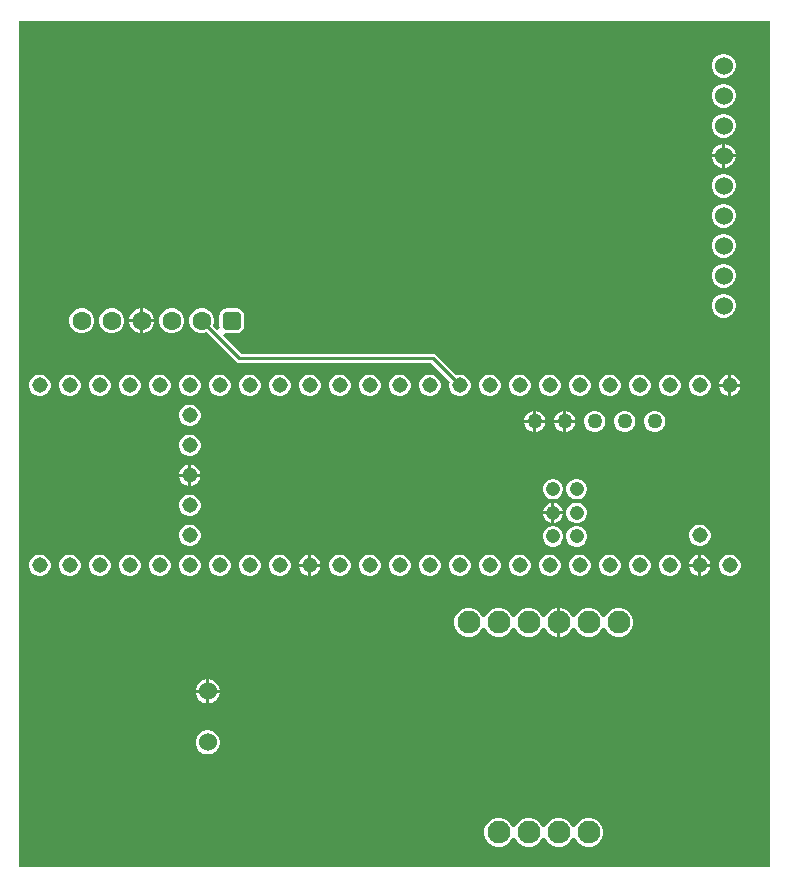
<source format=gbr>
G04*
G04 #@! TF.GenerationSoftware,Altium Limited,Altium Designer,24.10.1 (45)*
G04*
G04 Layer_Physical_Order=2*
G04 Layer_Color=16711680*
%FSLAX44Y44*%
%MOMM*%
G71*
G04*
G04 #@! TF.SameCoordinates,E42ED8F9-0A9E-45B5-B6EF-10B4D8FD7D59*
G04*
G04*
G04 #@! TF.FilePolarity,Positive*
G04*
G01*
G75*
%ADD13C,0.2540*%
%ADD21C,1.3080*%
%ADD22C,1.2080*%
%ADD23C,1.2580*%
%ADD24C,1.9304*%
%ADD25C,1.5240*%
%ADD26C,1.6000*%
G04:AMPARAMS|DCode=27|XSize=1.6mm|YSize=1.6mm|CornerRadius=0.4mm|HoleSize=0mm|Usage=FLASHONLY|Rotation=180.000|XOffset=0mm|YOffset=0mm|HoleType=Round|Shape=RoundedRectangle|*
%AMROUNDEDRECTD27*
21,1,1.6000,0.8000,0,0,180.0*
21,1,0.8000,1.6000,0,0,180.0*
1,1,0.8000,-0.4000,0.4000*
1,1,0.8000,0.4000,0.4000*
1,1,0.8000,0.4000,-0.4000*
1,1,0.8000,-0.4000,-0.4000*
%
%ADD27ROUNDEDRECTD27*%
G36*
X636270Y0D02*
X0D01*
Y716280D01*
X636270D01*
Y0D01*
D02*
G37*
%LPC*%
G36*
X598238Y688340D02*
X595562D01*
X592978Y687648D01*
X590662Y686310D01*
X588770Y684418D01*
X587432Y682102D01*
X586740Y679518D01*
Y676842D01*
X587432Y674258D01*
X588770Y671942D01*
X590662Y670050D01*
X592978Y668712D01*
X595562Y668020D01*
X598238D01*
X600822Y668712D01*
X603138Y670050D01*
X605030Y671942D01*
X606368Y674258D01*
X607060Y676842D01*
Y679518D01*
X606368Y682102D01*
X605030Y684418D01*
X603138Y686310D01*
X600822Y687648D01*
X598238Y688340D01*
D02*
G37*
G36*
Y662940D02*
X595562D01*
X592978Y662248D01*
X590662Y660910D01*
X588770Y659018D01*
X587432Y656702D01*
X586740Y654118D01*
Y651442D01*
X587432Y648858D01*
X588770Y646542D01*
X590662Y644650D01*
X592978Y643312D01*
X595562Y642620D01*
X598238D01*
X600822Y643312D01*
X603138Y644650D01*
X605030Y646542D01*
X606368Y648858D01*
X607060Y651442D01*
Y654118D01*
X606368Y656702D01*
X605030Y659018D01*
X603138Y660910D01*
X600822Y662248D01*
X598238Y662940D01*
D02*
G37*
G36*
Y637540D02*
X595562D01*
X592978Y636848D01*
X590662Y635510D01*
X588770Y633618D01*
X587432Y631302D01*
X586740Y628718D01*
Y626042D01*
X587432Y623458D01*
X588770Y621142D01*
X590662Y619250D01*
X592978Y617912D01*
X595562Y617220D01*
X598238D01*
X600822Y617912D01*
X603138Y619250D01*
X605030Y621142D01*
X606368Y623458D01*
X607060Y626042D01*
Y628718D01*
X606368Y631302D01*
X605030Y633618D01*
X603138Y635510D01*
X600822Y636848D01*
X598238Y637540D01*
D02*
G37*
G36*
Y612140D02*
X598170D01*
Y603250D01*
X607060D01*
Y603318D01*
X606368Y605902D01*
X605030Y608218D01*
X603138Y610110D01*
X600822Y611448D01*
X598238Y612140D01*
D02*
G37*
G36*
X595630D02*
X595562D01*
X592978Y611448D01*
X590662Y610110D01*
X588770Y608218D01*
X587432Y605902D01*
X586740Y603318D01*
Y603250D01*
X595630D01*
Y612140D01*
D02*
G37*
G36*
X607060Y600710D02*
X598170D01*
Y591820D01*
X598238D01*
X600822Y592512D01*
X603138Y593850D01*
X605030Y595742D01*
X606368Y598058D01*
X607060Y600642D01*
Y600710D01*
D02*
G37*
G36*
X595630D02*
X586740D01*
Y600642D01*
X587432Y598058D01*
X588770Y595742D01*
X590662Y593850D01*
X592978Y592512D01*
X595562Y591820D01*
X595630D01*
Y600710D01*
D02*
G37*
G36*
X598238Y586740D02*
X595562D01*
X592978Y586048D01*
X590662Y584710D01*
X588770Y582818D01*
X587432Y580502D01*
X586740Y577918D01*
Y575242D01*
X587432Y572658D01*
X588770Y570342D01*
X590662Y568450D01*
X592978Y567112D01*
X595562Y566420D01*
X598238D01*
X600822Y567112D01*
X603138Y568450D01*
X605030Y570342D01*
X606368Y572658D01*
X607060Y575242D01*
Y577918D01*
X606368Y580502D01*
X605030Y582818D01*
X603138Y584710D01*
X600822Y586048D01*
X598238Y586740D01*
D02*
G37*
G36*
Y561340D02*
X595562D01*
X592978Y560648D01*
X590662Y559310D01*
X588770Y557418D01*
X587432Y555102D01*
X586740Y552518D01*
Y549842D01*
X587432Y547258D01*
X588770Y544942D01*
X590662Y543050D01*
X592978Y541712D01*
X595562Y541020D01*
X598238D01*
X600822Y541712D01*
X603138Y543050D01*
X605030Y544942D01*
X606368Y547258D01*
X607060Y549842D01*
Y552518D01*
X606368Y555102D01*
X605030Y557418D01*
X603138Y559310D01*
X600822Y560648D01*
X598238Y561340D01*
D02*
G37*
G36*
Y535940D02*
X595562D01*
X592978Y535248D01*
X590662Y533910D01*
X588770Y532018D01*
X587432Y529702D01*
X586740Y527118D01*
Y524442D01*
X587432Y521858D01*
X588770Y519542D01*
X590662Y517650D01*
X592978Y516312D01*
X595562Y515620D01*
X598238D01*
X600822Y516312D01*
X603138Y517650D01*
X605030Y519542D01*
X606368Y521858D01*
X607060Y524442D01*
Y527118D01*
X606368Y529702D01*
X605030Y532018D01*
X603138Y533910D01*
X600822Y535248D01*
X598238Y535940D01*
D02*
G37*
G36*
Y510540D02*
X595562D01*
X592978Y509848D01*
X590662Y508510D01*
X588770Y506618D01*
X587432Y504302D01*
X586740Y501718D01*
Y499042D01*
X587432Y496458D01*
X588770Y494142D01*
X590662Y492250D01*
X592978Y490912D01*
X595562Y490220D01*
X598238D01*
X600822Y490912D01*
X603138Y492250D01*
X605030Y494142D01*
X606368Y496458D01*
X607060Y499042D01*
Y501718D01*
X606368Y504302D01*
X605030Y506618D01*
X603138Y508510D01*
X600822Y509848D01*
X598238Y510540D01*
D02*
G37*
G36*
Y485140D02*
X595562D01*
X592978Y484448D01*
X590662Y483110D01*
X588770Y481218D01*
X587432Y478902D01*
X586740Y476318D01*
Y473642D01*
X587432Y471058D01*
X588770Y468742D01*
X590662Y466850D01*
X592978Y465512D01*
X595562Y464820D01*
X598238D01*
X600822Y465512D01*
X603138Y466850D01*
X605030Y468742D01*
X606368Y471058D01*
X607060Y473642D01*
Y476318D01*
X606368Y478902D01*
X605030Y481218D01*
X603138Y483110D01*
X600822Y484448D01*
X598238Y485140D01*
D02*
G37*
G36*
X105528Y472820D02*
X105410D01*
Y463550D01*
X114680D01*
Y463668D01*
X113962Y466348D01*
X112574Y468752D01*
X110612Y470714D01*
X108208Y472102D01*
X105528Y472820D01*
D02*
G37*
G36*
X102870D02*
X102752D01*
X100072Y472102D01*
X97668Y470714D01*
X95706Y468752D01*
X94318Y466348D01*
X93600Y463668D01*
Y463550D01*
X102870D01*
Y472820D01*
D02*
G37*
G36*
X184340Y472876D02*
X176340D01*
X174633Y472652D01*
X173042Y471993D01*
X171676Y470944D01*
X170627Y469578D01*
X169968Y467987D01*
X169744Y466280D01*
Y458280D01*
X169968Y456573D01*
X170135Y456171D01*
X167981Y454732D01*
X164667Y458047D01*
X164762Y458212D01*
X165480Y460892D01*
Y463668D01*
X164762Y466348D01*
X163374Y468752D01*
X161412Y470714D01*
X159008Y472102D01*
X156328Y472820D01*
X153552D01*
X150872Y472102D01*
X148468Y470714D01*
X146506Y468752D01*
X145118Y466348D01*
X144400Y463668D01*
Y460892D01*
X145118Y458212D01*
X146506Y455808D01*
X148468Y453846D01*
X150872Y452458D01*
X153552Y451740D01*
X156328D01*
X159008Y452458D01*
X159173Y452553D01*
X183943Y427783D01*
X185203Y426941D01*
X186690Y426645D01*
X348911D01*
X364805Y410751D01*
X364300Y408865D01*
Y406475D01*
X364919Y404165D01*
X366114Y402095D01*
X367805Y400404D01*
X369875Y399209D01*
X372185Y398590D01*
X374575D01*
X376885Y399209D01*
X378955Y400404D01*
X380646Y402095D01*
X381841Y404165D01*
X382460Y406475D01*
Y408865D01*
X381841Y411175D01*
X380646Y413245D01*
X378955Y414936D01*
X376885Y416131D01*
X374575Y416750D01*
X372185D01*
X370299Y416245D01*
X353267Y433277D01*
X352007Y434119D01*
X350520Y434415D01*
X188299D01*
X172792Y449921D01*
X174231Y452075D01*
X174633Y451908D01*
X176340Y451684D01*
X184340D01*
X186047Y451908D01*
X187638Y452567D01*
X189004Y453616D01*
X190053Y454982D01*
X190712Y456573D01*
X190936Y458280D01*
Y466280D01*
X190712Y467987D01*
X190053Y469578D01*
X189004Y470944D01*
X187638Y471993D01*
X186047Y472652D01*
X184340Y472876D01*
D02*
G37*
G36*
X130928Y472820D02*
X128152D01*
X125472Y472102D01*
X123068Y470714D01*
X121106Y468752D01*
X119718Y466348D01*
X119000Y463668D01*
Y460892D01*
X119718Y458212D01*
X121106Y455808D01*
X123068Y453846D01*
X125472Y452458D01*
X128152Y451740D01*
X130928D01*
X133608Y452458D01*
X136012Y453846D01*
X137974Y455808D01*
X139362Y458212D01*
X140080Y460892D01*
Y463668D01*
X139362Y466348D01*
X137974Y468752D01*
X136012Y470714D01*
X133608Y472102D01*
X130928Y472820D01*
D02*
G37*
G36*
X114680Y461010D02*
X105410D01*
Y451740D01*
X105528D01*
X108208Y452458D01*
X110612Y453846D01*
X112574Y455808D01*
X113962Y458212D01*
X114680Y460892D01*
Y461010D01*
D02*
G37*
G36*
X102870D02*
X93600D01*
Y460892D01*
X94318Y458212D01*
X95706Y455808D01*
X97668Y453846D01*
X100072Y452458D01*
X102752Y451740D01*
X102870D01*
Y461010D01*
D02*
G37*
G36*
X80128Y472820D02*
X77352D01*
X74672Y472102D01*
X72268Y470714D01*
X70306Y468752D01*
X68918Y466348D01*
X68200Y463668D01*
Y460892D01*
X68918Y458212D01*
X70306Y455808D01*
X72268Y453846D01*
X74672Y452458D01*
X77352Y451740D01*
X80128D01*
X82808Y452458D01*
X85212Y453846D01*
X87174Y455808D01*
X88562Y458212D01*
X89280Y460892D01*
Y463668D01*
X88562Y466348D01*
X87174Y468752D01*
X85212Y470714D01*
X82808Y472102D01*
X80128Y472820D01*
D02*
G37*
G36*
X54728D02*
X51952D01*
X49272Y472102D01*
X46868Y470714D01*
X44906Y468752D01*
X43518Y466348D01*
X42800Y463668D01*
Y460892D01*
X43518Y458212D01*
X44906Y455808D01*
X46868Y453846D01*
X49272Y452458D01*
X51952Y451740D01*
X54728D01*
X57408Y452458D01*
X59812Y453846D01*
X61774Y455808D01*
X63162Y458212D01*
X63880Y460892D01*
Y463668D01*
X63162Y466348D01*
X61774Y468752D01*
X59812Y470714D01*
X57408Y472102D01*
X54728Y472820D01*
D02*
G37*
G36*
X603250Y416730D02*
Y408940D01*
X611040D01*
X610441Y411175D01*
X609246Y413245D01*
X607555Y414936D01*
X605485Y416131D01*
X603250Y416730D01*
D02*
G37*
G36*
X600710D02*
X598475Y416131D01*
X596405Y414936D01*
X594714Y413245D01*
X593519Y411175D01*
X592920Y408940D01*
X600710D01*
Y416730D01*
D02*
G37*
G36*
X611040Y406400D02*
X603250D01*
Y398610D01*
X605485Y399209D01*
X607555Y400404D01*
X609246Y402095D01*
X610441Y404165D01*
X611040Y406400D01*
D02*
G37*
G36*
X600710D02*
X592920D01*
X593519Y404165D01*
X594714Y402095D01*
X596405Y400404D01*
X598475Y399209D01*
X600710Y398610D01*
Y406400D01*
D02*
G37*
G36*
X577775Y416750D02*
X575385D01*
X573075Y416131D01*
X571005Y414936D01*
X569314Y413245D01*
X568119Y411175D01*
X567500Y408865D01*
Y406475D01*
X568119Y404165D01*
X569314Y402095D01*
X571005Y400404D01*
X573075Y399209D01*
X575385Y398590D01*
X577775D01*
X580085Y399209D01*
X582155Y400404D01*
X583846Y402095D01*
X585041Y404165D01*
X585660Y406475D01*
Y408865D01*
X585041Y411175D01*
X583846Y413245D01*
X582155Y414936D01*
X580085Y416131D01*
X577775Y416750D01*
D02*
G37*
G36*
X552375D02*
X549985D01*
X547675Y416131D01*
X545605Y414936D01*
X543914Y413245D01*
X542719Y411175D01*
X542100Y408865D01*
Y406475D01*
X542719Y404165D01*
X543914Y402095D01*
X545605Y400404D01*
X547675Y399209D01*
X549985Y398590D01*
X552375D01*
X554685Y399209D01*
X556755Y400404D01*
X558446Y402095D01*
X559641Y404165D01*
X560260Y406475D01*
Y408865D01*
X559641Y411175D01*
X558446Y413245D01*
X556755Y414936D01*
X554685Y416131D01*
X552375Y416750D01*
D02*
G37*
G36*
X526975D02*
X524585D01*
X522275Y416131D01*
X520205Y414936D01*
X518514Y413245D01*
X517319Y411175D01*
X516700Y408865D01*
Y406475D01*
X517319Y404165D01*
X518514Y402095D01*
X520205Y400404D01*
X522275Y399209D01*
X524585Y398590D01*
X526975D01*
X529285Y399209D01*
X531355Y400404D01*
X533046Y402095D01*
X534241Y404165D01*
X534860Y406475D01*
Y408865D01*
X534241Y411175D01*
X533046Y413245D01*
X531355Y414936D01*
X529285Y416131D01*
X526975Y416750D01*
D02*
G37*
G36*
X501575D02*
X499185D01*
X496875Y416131D01*
X494805Y414936D01*
X493114Y413245D01*
X491919Y411175D01*
X491300Y408865D01*
Y406475D01*
X491919Y404165D01*
X493114Y402095D01*
X494805Y400404D01*
X496875Y399209D01*
X499185Y398590D01*
X501575D01*
X503885Y399209D01*
X505955Y400404D01*
X507646Y402095D01*
X508841Y404165D01*
X509460Y406475D01*
Y408865D01*
X508841Y411175D01*
X507646Y413245D01*
X505955Y414936D01*
X503885Y416131D01*
X501575Y416750D01*
D02*
G37*
G36*
X476175D02*
X473785D01*
X471475Y416131D01*
X469405Y414936D01*
X467714Y413245D01*
X466519Y411175D01*
X465900Y408865D01*
Y406475D01*
X466519Y404165D01*
X467714Y402095D01*
X469405Y400404D01*
X471475Y399209D01*
X473785Y398590D01*
X476175D01*
X478485Y399209D01*
X480555Y400404D01*
X482246Y402095D01*
X483441Y404165D01*
X484060Y406475D01*
Y408865D01*
X483441Y411175D01*
X482246Y413245D01*
X480555Y414936D01*
X478485Y416131D01*
X476175Y416750D01*
D02*
G37*
G36*
X450775D02*
X448385D01*
X446075Y416131D01*
X444005Y414936D01*
X442314Y413245D01*
X441119Y411175D01*
X440500Y408865D01*
Y406475D01*
X441119Y404165D01*
X442314Y402095D01*
X444005Y400404D01*
X446075Y399209D01*
X448385Y398590D01*
X450775D01*
X453085Y399209D01*
X455155Y400404D01*
X456846Y402095D01*
X458041Y404165D01*
X458660Y406475D01*
Y408865D01*
X458041Y411175D01*
X456846Y413245D01*
X455155Y414936D01*
X453085Y416131D01*
X450775Y416750D01*
D02*
G37*
G36*
X425375D02*
X422985D01*
X420675Y416131D01*
X418605Y414936D01*
X416914Y413245D01*
X415719Y411175D01*
X415100Y408865D01*
Y406475D01*
X415719Y404165D01*
X416914Y402095D01*
X418605Y400404D01*
X420675Y399209D01*
X422985Y398590D01*
X425375D01*
X427685Y399209D01*
X429755Y400404D01*
X431446Y402095D01*
X432641Y404165D01*
X433260Y406475D01*
Y408865D01*
X432641Y411175D01*
X431446Y413245D01*
X429755Y414936D01*
X427685Y416131D01*
X425375Y416750D01*
D02*
G37*
G36*
X399975D02*
X397585D01*
X395275Y416131D01*
X393205Y414936D01*
X391514Y413245D01*
X390319Y411175D01*
X389700Y408865D01*
Y406475D01*
X390319Y404165D01*
X391514Y402095D01*
X393205Y400404D01*
X395275Y399209D01*
X397585Y398590D01*
X399975D01*
X402285Y399209D01*
X404355Y400404D01*
X406046Y402095D01*
X407241Y404165D01*
X407860Y406475D01*
Y408865D01*
X407241Y411175D01*
X406046Y413245D01*
X404355Y414936D01*
X402285Y416131D01*
X399975Y416750D01*
D02*
G37*
G36*
X349175D02*
X346785D01*
X344475Y416131D01*
X342405Y414936D01*
X340714Y413245D01*
X339519Y411175D01*
X338900Y408865D01*
Y406475D01*
X339519Y404165D01*
X340714Y402095D01*
X342405Y400404D01*
X344475Y399209D01*
X346785Y398590D01*
X349175D01*
X351485Y399209D01*
X353555Y400404D01*
X355246Y402095D01*
X356441Y404165D01*
X357060Y406475D01*
Y408865D01*
X356441Y411175D01*
X355246Y413245D01*
X353555Y414936D01*
X351485Y416131D01*
X349175Y416750D01*
D02*
G37*
G36*
X323775D02*
X321385D01*
X319075Y416131D01*
X317005Y414936D01*
X315314Y413245D01*
X314119Y411175D01*
X313500Y408865D01*
Y406475D01*
X314119Y404165D01*
X315314Y402095D01*
X317005Y400404D01*
X319075Y399209D01*
X321385Y398590D01*
X323775D01*
X326085Y399209D01*
X328155Y400404D01*
X329846Y402095D01*
X331041Y404165D01*
X331660Y406475D01*
Y408865D01*
X331041Y411175D01*
X329846Y413245D01*
X328155Y414936D01*
X326085Y416131D01*
X323775Y416750D01*
D02*
G37*
G36*
X298375D02*
X295985D01*
X293675Y416131D01*
X291605Y414936D01*
X289914Y413245D01*
X288719Y411175D01*
X288100Y408865D01*
Y406475D01*
X288719Y404165D01*
X289914Y402095D01*
X291605Y400404D01*
X293675Y399209D01*
X295985Y398590D01*
X298375D01*
X300685Y399209D01*
X302755Y400404D01*
X304446Y402095D01*
X305641Y404165D01*
X306260Y406475D01*
Y408865D01*
X305641Y411175D01*
X304446Y413245D01*
X302755Y414936D01*
X300685Y416131D01*
X298375Y416750D01*
D02*
G37*
G36*
X272975D02*
X270585D01*
X268275Y416131D01*
X266205Y414936D01*
X264514Y413245D01*
X263319Y411175D01*
X262700Y408865D01*
Y406475D01*
X263319Y404165D01*
X264514Y402095D01*
X266205Y400404D01*
X268275Y399209D01*
X270585Y398590D01*
X272975D01*
X275285Y399209D01*
X277355Y400404D01*
X279046Y402095D01*
X280241Y404165D01*
X280860Y406475D01*
Y408865D01*
X280241Y411175D01*
X279046Y413245D01*
X277355Y414936D01*
X275285Y416131D01*
X272975Y416750D01*
D02*
G37*
G36*
X247575D02*
X245185D01*
X242875Y416131D01*
X240805Y414936D01*
X239114Y413245D01*
X237919Y411175D01*
X237300Y408865D01*
Y406475D01*
X237919Y404165D01*
X239114Y402095D01*
X240805Y400404D01*
X242875Y399209D01*
X245185Y398590D01*
X247575D01*
X249885Y399209D01*
X251955Y400404D01*
X253646Y402095D01*
X254841Y404165D01*
X255460Y406475D01*
Y408865D01*
X254841Y411175D01*
X253646Y413245D01*
X251955Y414936D01*
X249885Y416131D01*
X247575Y416750D01*
D02*
G37*
G36*
X222175D02*
X219785D01*
X217475Y416131D01*
X215405Y414936D01*
X213714Y413245D01*
X212519Y411175D01*
X211900Y408865D01*
Y406475D01*
X212519Y404165D01*
X213714Y402095D01*
X215405Y400404D01*
X217475Y399209D01*
X219785Y398590D01*
X222175D01*
X224485Y399209D01*
X226555Y400404D01*
X228246Y402095D01*
X229441Y404165D01*
X230060Y406475D01*
Y408865D01*
X229441Y411175D01*
X228246Y413245D01*
X226555Y414936D01*
X224485Y416131D01*
X222175Y416750D01*
D02*
G37*
G36*
X196775D02*
X194385D01*
X192075Y416131D01*
X190005Y414936D01*
X188314Y413245D01*
X187119Y411175D01*
X186500Y408865D01*
Y406475D01*
X187119Y404165D01*
X188314Y402095D01*
X190005Y400404D01*
X192075Y399209D01*
X194385Y398590D01*
X196775D01*
X199085Y399209D01*
X201155Y400404D01*
X202846Y402095D01*
X204041Y404165D01*
X204660Y406475D01*
Y408865D01*
X204041Y411175D01*
X202846Y413245D01*
X201155Y414936D01*
X199085Y416131D01*
X196775Y416750D01*
D02*
G37*
G36*
X171375D02*
X168985D01*
X166675Y416131D01*
X164605Y414936D01*
X162914Y413245D01*
X161719Y411175D01*
X161100Y408865D01*
Y406475D01*
X161719Y404165D01*
X162914Y402095D01*
X164605Y400404D01*
X166675Y399209D01*
X168985Y398590D01*
X171375D01*
X173685Y399209D01*
X175755Y400404D01*
X177446Y402095D01*
X178641Y404165D01*
X179260Y406475D01*
Y408865D01*
X178641Y411175D01*
X177446Y413245D01*
X175755Y414936D01*
X173685Y416131D01*
X171375Y416750D01*
D02*
G37*
G36*
X145975D02*
X143585D01*
X141275Y416131D01*
X139205Y414936D01*
X137514Y413245D01*
X136319Y411175D01*
X135700Y408865D01*
Y406475D01*
X136319Y404165D01*
X137514Y402095D01*
X139205Y400404D01*
X141275Y399209D01*
X143585Y398590D01*
X145975D01*
X148285Y399209D01*
X150355Y400404D01*
X152046Y402095D01*
X153241Y404165D01*
X153860Y406475D01*
Y408865D01*
X153241Y411175D01*
X152046Y413245D01*
X150355Y414936D01*
X148285Y416131D01*
X145975Y416750D01*
D02*
G37*
G36*
X120575D02*
X118185D01*
X115875Y416131D01*
X113805Y414936D01*
X112114Y413245D01*
X110919Y411175D01*
X110300Y408865D01*
Y406475D01*
X110919Y404165D01*
X112114Y402095D01*
X113805Y400404D01*
X115875Y399209D01*
X118185Y398590D01*
X120575D01*
X122885Y399209D01*
X124955Y400404D01*
X126646Y402095D01*
X127841Y404165D01*
X128460Y406475D01*
Y408865D01*
X127841Y411175D01*
X126646Y413245D01*
X124955Y414936D01*
X122885Y416131D01*
X120575Y416750D01*
D02*
G37*
G36*
X95175D02*
X92785D01*
X90475Y416131D01*
X88405Y414936D01*
X86714Y413245D01*
X85519Y411175D01*
X84900Y408865D01*
Y406475D01*
X85519Y404165D01*
X86714Y402095D01*
X88405Y400404D01*
X90475Y399209D01*
X92785Y398590D01*
X95175D01*
X97485Y399209D01*
X99555Y400404D01*
X101246Y402095D01*
X102441Y404165D01*
X103060Y406475D01*
Y408865D01*
X102441Y411175D01*
X101246Y413245D01*
X99555Y414936D01*
X97485Y416131D01*
X95175Y416750D01*
D02*
G37*
G36*
X69775D02*
X67385D01*
X65075Y416131D01*
X63005Y414936D01*
X61314Y413245D01*
X60119Y411175D01*
X59500Y408865D01*
Y406475D01*
X60119Y404165D01*
X61314Y402095D01*
X63005Y400404D01*
X65075Y399209D01*
X67385Y398590D01*
X69775D01*
X72085Y399209D01*
X74155Y400404D01*
X75846Y402095D01*
X77041Y404165D01*
X77660Y406475D01*
Y408865D01*
X77041Y411175D01*
X75846Y413245D01*
X74155Y414936D01*
X72085Y416131D01*
X69775Y416750D01*
D02*
G37*
G36*
X44375D02*
X41985D01*
X39675Y416131D01*
X37605Y414936D01*
X35914Y413245D01*
X34719Y411175D01*
X34100Y408865D01*
Y406475D01*
X34719Y404165D01*
X35914Y402095D01*
X37605Y400404D01*
X39675Y399209D01*
X41985Y398590D01*
X44375D01*
X46685Y399209D01*
X48755Y400404D01*
X50446Y402095D01*
X51641Y404165D01*
X52260Y406475D01*
Y408865D01*
X51641Y411175D01*
X50446Y413245D01*
X48755Y414936D01*
X46685Y416131D01*
X44375Y416750D01*
D02*
G37*
G36*
X18975D02*
X16585D01*
X14275Y416131D01*
X12205Y414936D01*
X10514Y413245D01*
X9319Y411175D01*
X8700Y408865D01*
Y406475D01*
X9319Y404165D01*
X10514Y402095D01*
X12205Y400404D01*
X14275Y399209D01*
X16585Y398590D01*
X18975D01*
X21285Y399209D01*
X23355Y400404D01*
X25046Y402095D01*
X26241Y404165D01*
X26860Y406475D01*
Y408865D01*
X26241Y411175D01*
X25046Y413245D01*
X23355Y414936D01*
X21285Y416131D01*
X18975Y416750D01*
D02*
G37*
G36*
X438150Y385971D02*
Y378440D01*
X445681D01*
X445108Y380578D01*
X443946Y382592D01*
X442302Y384236D01*
X440288Y385398D01*
X438150Y385971D01*
D02*
G37*
G36*
X463550D02*
Y378440D01*
X471081D01*
X470508Y380578D01*
X469346Y382592D01*
X467702Y384236D01*
X465688Y385398D01*
X463550Y385971D01*
D02*
G37*
G36*
X435610D02*
X433472Y385398D01*
X431458Y384236D01*
X429814Y382592D01*
X428652Y380578D01*
X428079Y378440D01*
X435610D01*
Y385971D01*
D02*
G37*
G36*
X461010D02*
X458872Y385398D01*
X456858Y384236D01*
X455214Y382592D01*
X454052Y380578D01*
X453479Y378440D01*
X461010D01*
Y385971D01*
D02*
G37*
G36*
X145975Y391350D02*
X143585D01*
X141275Y390731D01*
X139205Y389536D01*
X137514Y387845D01*
X136319Y385775D01*
X135700Y383465D01*
Y381075D01*
X136319Y378765D01*
X137514Y376695D01*
X139205Y375004D01*
X141275Y373809D01*
X143585Y373190D01*
X145975D01*
X148285Y373809D01*
X150355Y375004D01*
X152046Y376695D01*
X153241Y378765D01*
X153860Y381075D01*
Y383465D01*
X153241Y385775D01*
X152046Y387845D01*
X150355Y389536D01*
X148285Y390731D01*
X145975Y391350D01*
D02*
G37*
G36*
X471081Y375900D02*
X463550D01*
Y368369D01*
X465688Y368942D01*
X467702Y370104D01*
X469346Y371748D01*
X470508Y373762D01*
X471081Y375900D01*
D02*
G37*
G36*
X445681D02*
X438150D01*
Y368369D01*
X440288Y368942D01*
X442302Y370104D01*
X443946Y371748D01*
X445108Y373762D01*
X445681Y375900D01*
D02*
G37*
G36*
X461010D02*
X453479D01*
X454052Y373762D01*
X455214Y371748D01*
X456858Y370104D01*
X458872Y368942D01*
X461010Y368369D01*
Y375900D01*
D02*
G37*
G36*
X435610D02*
X428079D01*
X428652Y373762D01*
X429814Y371748D01*
X431458Y370104D01*
X433472Y368942D01*
X435610Y368369D01*
Y375900D01*
D02*
G37*
G36*
X539642Y386000D02*
X537318D01*
X535072Y385398D01*
X533058Y384236D01*
X531414Y382592D01*
X530252Y380578D01*
X529650Y378332D01*
Y376007D01*
X530252Y373762D01*
X531414Y371748D01*
X533058Y370104D01*
X535072Y368942D01*
X537318Y368340D01*
X539642D01*
X541888Y368942D01*
X543902Y370104D01*
X545546Y371748D01*
X546708Y373762D01*
X547310Y376007D01*
Y378332D01*
X546708Y380578D01*
X545546Y382592D01*
X543902Y384236D01*
X541888Y385398D01*
X539642Y386000D01*
D02*
G37*
G36*
X514243D02*
X511917D01*
X509672Y385398D01*
X507658Y384236D01*
X506014Y382592D01*
X504852Y380578D01*
X504250Y378332D01*
Y376007D01*
X504852Y373762D01*
X506014Y371748D01*
X507658Y370104D01*
X509672Y368942D01*
X511917Y368340D01*
X514243D01*
X516488Y368942D01*
X518502Y370104D01*
X520146Y371748D01*
X521308Y373762D01*
X521910Y376007D01*
Y378332D01*
X521308Y380578D01*
X520146Y382592D01*
X518502Y384236D01*
X516488Y385398D01*
X514243Y386000D01*
D02*
G37*
G36*
X488843D02*
X486517D01*
X484272Y385398D01*
X482258Y384236D01*
X480614Y382592D01*
X479452Y380578D01*
X478850Y378332D01*
Y376007D01*
X479452Y373762D01*
X480614Y371748D01*
X482258Y370104D01*
X484272Y368942D01*
X486517Y368340D01*
X488843D01*
X491088Y368942D01*
X493102Y370104D01*
X494746Y371748D01*
X495908Y373762D01*
X496510Y376007D01*
Y378332D01*
X495908Y380578D01*
X494746Y382592D01*
X493102Y384236D01*
X491088Y385398D01*
X488843Y386000D01*
D02*
G37*
G36*
X145975Y365950D02*
X143585D01*
X141275Y365331D01*
X139205Y364136D01*
X137514Y362445D01*
X136319Y360375D01*
X135700Y358065D01*
Y355675D01*
X136319Y353365D01*
X137514Y351295D01*
X139205Y349604D01*
X141275Y348409D01*
X143585Y347790D01*
X145975D01*
X148285Y348409D01*
X150355Y349604D01*
X152046Y351295D01*
X153241Y353365D01*
X153860Y355675D01*
Y358065D01*
X153241Y360375D01*
X152046Y362445D01*
X150355Y364136D01*
X148285Y365331D01*
X145975Y365950D01*
D02*
G37*
G36*
X146050Y340530D02*
Y332740D01*
X153840D01*
X153241Y334975D01*
X152046Y337045D01*
X150355Y338736D01*
X148285Y339931D01*
X146050Y340530D01*
D02*
G37*
G36*
X143510D02*
X141275Y339931D01*
X139205Y338736D01*
X137514Y337045D01*
X136319Y334975D01*
X135720Y332740D01*
X143510D01*
Y340530D01*
D02*
G37*
G36*
X153840Y330200D02*
X146050D01*
Y322410D01*
X148285Y323009D01*
X150355Y324204D01*
X152046Y325895D01*
X153241Y327965D01*
X153840Y330200D01*
D02*
G37*
G36*
X143510D02*
X135720D01*
X136319Y327965D01*
X137514Y325895D01*
X139205Y324204D01*
X141275Y323009D01*
X143510Y322410D01*
Y330200D01*
D02*
G37*
G36*
X473410Y328350D02*
X471150D01*
X468968Y327765D01*
X467012Y326636D01*
X465414Y325038D01*
X464285Y323082D01*
X463700Y320900D01*
Y318640D01*
X464285Y316458D01*
X465414Y314502D01*
X467012Y312904D01*
X468968Y311775D01*
X471150Y311190D01*
X473410D01*
X475592Y311775D01*
X477548Y312904D01*
X479146Y314502D01*
X480275Y316458D01*
X480860Y318640D01*
Y320900D01*
X480275Y323082D01*
X479146Y325038D01*
X477548Y326636D01*
X475592Y327765D01*
X473410Y328350D01*
D02*
G37*
G36*
X453410D02*
X451150D01*
X448968Y327765D01*
X447012Y326636D01*
X445414Y325038D01*
X444285Y323082D01*
X443700Y320900D01*
Y318640D01*
X444285Y316458D01*
X445414Y314502D01*
X447012Y312904D01*
X448968Y311775D01*
X451150Y311190D01*
X453410D01*
X455592Y311775D01*
X457548Y312904D01*
X459146Y314502D01*
X460275Y316458D01*
X460860Y318640D01*
Y320900D01*
X460275Y323082D01*
X459146Y325038D01*
X457548Y326636D01*
X455592Y327765D01*
X453410Y328350D01*
D02*
G37*
G36*
X453550Y308312D02*
Y301040D01*
X460822D01*
X460275Y303082D01*
X459146Y305038D01*
X457548Y306636D01*
X455592Y307765D01*
X453550Y308312D01*
D02*
G37*
G36*
X451010Y308312D02*
X448968Y307765D01*
X447012Y306636D01*
X445414Y305038D01*
X444285Y303082D01*
X443738Y301040D01*
X451010D01*
Y308312D01*
D02*
G37*
G36*
X145975Y315150D02*
X143585D01*
X141275Y314531D01*
X139205Y313336D01*
X137514Y311645D01*
X136319Y309575D01*
X135700Y307265D01*
Y304875D01*
X136319Y302565D01*
X137514Y300495D01*
X139205Y298804D01*
X141275Y297609D01*
X143585Y296990D01*
X145975D01*
X148285Y297609D01*
X150355Y298804D01*
X152046Y300495D01*
X153241Y302565D01*
X153860Y304875D01*
Y307265D01*
X153241Y309575D01*
X152046Y311645D01*
X150355Y313336D01*
X148285Y314531D01*
X145975Y315150D01*
D02*
G37*
G36*
X460822Y298500D02*
X453550D01*
Y291228D01*
X455592Y291775D01*
X457548Y292904D01*
X459146Y294502D01*
X460275Y296458D01*
X460822Y298500D01*
D02*
G37*
G36*
X451010D02*
X443738D01*
X444285Y296458D01*
X445414Y294502D01*
X447012Y292904D01*
X448968Y291775D01*
X451010Y291228D01*
Y298500D01*
D02*
G37*
G36*
X473410Y308350D02*
X471150D01*
X468968Y307765D01*
X467012Y306636D01*
X465414Y305038D01*
X464285Y303082D01*
X463700Y300900D01*
Y298640D01*
X464285Y296458D01*
X465414Y294502D01*
X467012Y292904D01*
X468968Y291775D01*
X471150Y291190D01*
X473410D01*
X475592Y291775D01*
X477548Y292904D01*
X479146Y294502D01*
X480275Y296458D01*
X480860Y298640D01*
Y300900D01*
X480275Y303082D01*
X479146Y305038D01*
X477548Y306636D01*
X475592Y307765D01*
X473410Y308350D01*
D02*
G37*
G36*
X577775Y289750D02*
X575385D01*
X573075Y289131D01*
X571005Y287936D01*
X569314Y286245D01*
X568119Y284175D01*
X567500Y281865D01*
Y279475D01*
X568119Y277165D01*
X569314Y275095D01*
X571005Y273404D01*
X573075Y272209D01*
X575385Y271590D01*
X577775D01*
X580085Y272209D01*
X582155Y273404D01*
X583846Y275095D01*
X585041Y277165D01*
X585660Y279475D01*
Y281865D01*
X585041Y284175D01*
X583846Y286245D01*
X582155Y287936D01*
X580085Y289131D01*
X577775Y289750D01*
D02*
G37*
G36*
X145975D02*
X143585D01*
X141275Y289131D01*
X139205Y287936D01*
X137514Y286245D01*
X136319Y284175D01*
X135700Y281865D01*
Y279475D01*
X136319Y277165D01*
X137514Y275095D01*
X139205Y273404D01*
X141275Y272209D01*
X143585Y271590D01*
X145975D01*
X148285Y272209D01*
X150355Y273404D01*
X152046Y275095D01*
X153241Y277165D01*
X153860Y279475D01*
Y281865D01*
X153241Y284175D01*
X152046Y286245D01*
X150355Y287936D01*
X148285Y289131D01*
X145975Y289750D01*
D02*
G37*
G36*
X473410Y288350D02*
X471150D01*
X468968Y287765D01*
X467012Y286636D01*
X465414Y285038D01*
X464285Y283082D01*
X463700Y280900D01*
Y278640D01*
X464285Y276458D01*
X465414Y274502D01*
X467012Y272904D01*
X468968Y271775D01*
X471150Y271190D01*
X473410D01*
X475592Y271775D01*
X477548Y272904D01*
X479146Y274502D01*
X480275Y276458D01*
X480860Y278640D01*
Y280900D01*
X480275Y283082D01*
X479146Y285038D01*
X477548Y286636D01*
X475592Y287765D01*
X473410Y288350D01*
D02*
G37*
G36*
X453410D02*
X451150D01*
X448968Y287765D01*
X447012Y286636D01*
X445414Y285038D01*
X444285Y283082D01*
X443700Y280900D01*
Y278640D01*
X444285Y276458D01*
X445414Y274502D01*
X447012Y272904D01*
X448968Y271775D01*
X451150Y271190D01*
X453410D01*
X455592Y271775D01*
X457548Y272904D01*
X459146Y274502D01*
X460275Y276458D01*
X460860Y278640D01*
Y280900D01*
X460275Y283082D01*
X459146Y285038D01*
X457548Y286636D01*
X455592Y287765D01*
X453410Y288350D01*
D02*
G37*
G36*
X577850Y264330D02*
Y256540D01*
X585640D01*
X585041Y258775D01*
X583846Y260845D01*
X582155Y262536D01*
X580085Y263731D01*
X577850Y264330D01*
D02*
G37*
G36*
X247650D02*
Y256540D01*
X255440D01*
X254841Y258775D01*
X253646Y260845D01*
X251955Y262536D01*
X249885Y263731D01*
X247650Y264330D01*
D02*
G37*
G36*
X245110D02*
X242875Y263731D01*
X240805Y262536D01*
X239114Y260845D01*
X237919Y258775D01*
X237320Y256540D01*
X245110D01*
Y264330D01*
D02*
G37*
G36*
X575310D02*
X573075Y263731D01*
X571005Y262536D01*
X569314Y260845D01*
X568119Y258775D01*
X567520Y256540D01*
X575310D01*
Y264330D01*
D02*
G37*
G36*
X585640Y254000D02*
X577850D01*
Y246210D01*
X580085Y246809D01*
X582155Y248004D01*
X583846Y249695D01*
X585041Y251765D01*
X585640Y254000D01*
D02*
G37*
G36*
X255440D02*
X247650D01*
Y246210D01*
X249885Y246809D01*
X251955Y248004D01*
X253646Y249695D01*
X254841Y251765D01*
X255440Y254000D01*
D02*
G37*
G36*
X245110D02*
X237320D01*
X237919Y251765D01*
X239114Y249695D01*
X240805Y248004D01*
X242875Y246809D01*
X245110Y246210D01*
Y254000D01*
D02*
G37*
G36*
X575310D02*
X567520D01*
X568119Y251765D01*
X569314Y249695D01*
X571005Y248004D01*
X573075Y246809D01*
X575310Y246210D01*
Y254000D01*
D02*
G37*
G36*
X603175Y264350D02*
X600785D01*
X598475Y263731D01*
X596405Y262536D01*
X594714Y260845D01*
X593519Y258775D01*
X592900Y256465D01*
Y254075D01*
X593519Y251765D01*
X594714Y249695D01*
X596405Y248004D01*
X598475Y246809D01*
X600785Y246190D01*
X603175D01*
X605485Y246809D01*
X607555Y248004D01*
X609246Y249695D01*
X610441Y251765D01*
X611060Y254075D01*
Y256465D01*
X610441Y258775D01*
X609246Y260845D01*
X607555Y262536D01*
X605485Y263731D01*
X603175Y264350D01*
D02*
G37*
G36*
X552375D02*
X549985D01*
X547675Y263731D01*
X545605Y262536D01*
X543914Y260845D01*
X542719Y258775D01*
X542100Y256465D01*
Y254075D01*
X542719Y251765D01*
X543914Y249695D01*
X545605Y248004D01*
X547675Y246809D01*
X549985Y246190D01*
X552375D01*
X554685Y246809D01*
X556755Y248004D01*
X558446Y249695D01*
X559641Y251765D01*
X560260Y254075D01*
Y256465D01*
X559641Y258775D01*
X558446Y260845D01*
X556755Y262536D01*
X554685Y263731D01*
X552375Y264350D01*
D02*
G37*
G36*
X526975D02*
X524585D01*
X522275Y263731D01*
X520205Y262536D01*
X518514Y260845D01*
X517319Y258775D01*
X516700Y256465D01*
Y254075D01*
X517319Y251765D01*
X518514Y249695D01*
X520205Y248004D01*
X522275Y246809D01*
X524585Y246190D01*
X526975D01*
X529285Y246809D01*
X531355Y248004D01*
X533046Y249695D01*
X534241Y251765D01*
X534860Y254075D01*
Y256465D01*
X534241Y258775D01*
X533046Y260845D01*
X531355Y262536D01*
X529285Y263731D01*
X526975Y264350D01*
D02*
G37*
G36*
X501575D02*
X499185D01*
X496875Y263731D01*
X494805Y262536D01*
X493114Y260845D01*
X491919Y258775D01*
X491300Y256465D01*
Y254075D01*
X491919Y251765D01*
X493114Y249695D01*
X494805Y248004D01*
X496875Y246809D01*
X499185Y246190D01*
X501575D01*
X503885Y246809D01*
X505955Y248004D01*
X507646Y249695D01*
X508841Y251765D01*
X509460Y254075D01*
Y256465D01*
X508841Y258775D01*
X507646Y260845D01*
X505955Y262536D01*
X503885Y263731D01*
X501575Y264350D01*
D02*
G37*
G36*
X476175D02*
X473785D01*
X471475Y263731D01*
X469405Y262536D01*
X467714Y260845D01*
X466519Y258775D01*
X465900Y256465D01*
Y254075D01*
X466519Y251765D01*
X467714Y249695D01*
X469405Y248004D01*
X471475Y246809D01*
X473785Y246190D01*
X476175D01*
X478485Y246809D01*
X480555Y248004D01*
X482246Y249695D01*
X483441Y251765D01*
X484060Y254075D01*
Y256465D01*
X483441Y258775D01*
X482246Y260845D01*
X480555Y262536D01*
X478485Y263731D01*
X476175Y264350D01*
D02*
G37*
G36*
X450775D02*
X448385D01*
X446075Y263731D01*
X444005Y262536D01*
X442314Y260845D01*
X441119Y258775D01*
X440500Y256465D01*
Y254075D01*
X441119Y251765D01*
X442314Y249695D01*
X444005Y248004D01*
X446075Y246809D01*
X448385Y246190D01*
X450775D01*
X453085Y246809D01*
X455155Y248004D01*
X456846Y249695D01*
X458041Y251765D01*
X458660Y254075D01*
Y256465D01*
X458041Y258775D01*
X456846Y260845D01*
X455155Y262536D01*
X453085Y263731D01*
X450775Y264350D01*
D02*
G37*
G36*
X425375D02*
X422985D01*
X420675Y263731D01*
X418605Y262536D01*
X416914Y260845D01*
X415719Y258775D01*
X415100Y256465D01*
Y254075D01*
X415719Y251765D01*
X416914Y249695D01*
X418605Y248004D01*
X420675Y246809D01*
X422985Y246190D01*
X425375D01*
X427685Y246809D01*
X429755Y248004D01*
X431446Y249695D01*
X432641Y251765D01*
X433260Y254075D01*
Y256465D01*
X432641Y258775D01*
X431446Y260845D01*
X429755Y262536D01*
X427685Y263731D01*
X425375Y264350D01*
D02*
G37*
G36*
X399975D02*
X397585D01*
X395275Y263731D01*
X393205Y262536D01*
X391514Y260845D01*
X390319Y258775D01*
X389700Y256465D01*
Y254075D01*
X390319Y251765D01*
X391514Y249695D01*
X393205Y248004D01*
X395275Y246809D01*
X397585Y246190D01*
X399975D01*
X402285Y246809D01*
X404355Y248004D01*
X406046Y249695D01*
X407241Y251765D01*
X407860Y254075D01*
Y256465D01*
X407241Y258775D01*
X406046Y260845D01*
X404355Y262536D01*
X402285Y263731D01*
X399975Y264350D01*
D02*
G37*
G36*
X374575D02*
X372185D01*
X369875Y263731D01*
X367805Y262536D01*
X366114Y260845D01*
X364919Y258775D01*
X364300Y256465D01*
Y254075D01*
X364919Y251765D01*
X366114Y249695D01*
X367805Y248004D01*
X369875Y246809D01*
X372185Y246190D01*
X374575D01*
X376885Y246809D01*
X378955Y248004D01*
X380646Y249695D01*
X381841Y251765D01*
X382460Y254075D01*
Y256465D01*
X381841Y258775D01*
X380646Y260845D01*
X378955Y262536D01*
X376885Y263731D01*
X374575Y264350D01*
D02*
G37*
G36*
X349175D02*
X346785D01*
X344475Y263731D01*
X342405Y262536D01*
X340714Y260845D01*
X339519Y258775D01*
X338900Y256465D01*
Y254075D01*
X339519Y251765D01*
X340714Y249695D01*
X342405Y248004D01*
X344475Y246809D01*
X346785Y246190D01*
X349175D01*
X351485Y246809D01*
X353555Y248004D01*
X355246Y249695D01*
X356441Y251765D01*
X357060Y254075D01*
Y256465D01*
X356441Y258775D01*
X355246Y260845D01*
X353555Y262536D01*
X351485Y263731D01*
X349175Y264350D01*
D02*
G37*
G36*
X323775D02*
X321385D01*
X319075Y263731D01*
X317005Y262536D01*
X315314Y260845D01*
X314119Y258775D01*
X313500Y256465D01*
Y254075D01*
X314119Y251765D01*
X315314Y249695D01*
X317005Y248004D01*
X319075Y246809D01*
X321385Y246190D01*
X323775D01*
X326085Y246809D01*
X328155Y248004D01*
X329846Y249695D01*
X331041Y251765D01*
X331660Y254075D01*
Y256465D01*
X331041Y258775D01*
X329846Y260845D01*
X328155Y262536D01*
X326085Y263731D01*
X323775Y264350D01*
D02*
G37*
G36*
X298375D02*
X295985D01*
X293675Y263731D01*
X291605Y262536D01*
X289914Y260845D01*
X288719Y258775D01*
X288100Y256465D01*
Y254075D01*
X288719Y251765D01*
X289914Y249695D01*
X291605Y248004D01*
X293675Y246809D01*
X295985Y246190D01*
X298375D01*
X300685Y246809D01*
X302755Y248004D01*
X304446Y249695D01*
X305641Y251765D01*
X306260Y254075D01*
Y256465D01*
X305641Y258775D01*
X304446Y260845D01*
X302755Y262536D01*
X300685Y263731D01*
X298375Y264350D01*
D02*
G37*
G36*
X272975D02*
X270585D01*
X268275Y263731D01*
X266205Y262536D01*
X264514Y260845D01*
X263319Y258775D01*
X262700Y256465D01*
Y254075D01*
X263319Y251765D01*
X264514Y249695D01*
X266205Y248004D01*
X268275Y246809D01*
X270585Y246190D01*
X272975D01*
X275285Y246809D01*
X277355Y248004D01*
X279046Y249695D01*
X280241Y251765D01*
X280860Y254075D01*
Y256465D01*
X280241Y258775D01*
X279046Y260845D01*
X277355Y262536D01*
X275285Y263731D01*
X272975Y264350D01*
D02*
G37*
G36*
X222175D02*
X219785D01*
X217475Y263731D01*
X215405Y262536D01*
X213714Y260845D01*
X212519Y258775D01*
X211900Y256465D01*
Y254075D01*
X212519Y251765D01*
X213714Y249695D01*
X215405Y248004D01*
X217475Y246809D01*
X219785Y246190D01*
X222175D01*
X224485Y246809D01*
X226555Y248004D01*
X228246Y249695D01*
X229441Y251765D01*
X230060Y254075D01*
Y256465D01*
X229441Y258775D01*
X228246Y260845D01*
X226555Y262536D01*
X224485Y263731D01*
X222175Y264350D01*
D02*
G37*
G36*
X196775D02*
X194385D01*
X192075Y263731D01*
X190005Y262536D01*
X188314Y260845D01*
X187119Y258775D01*
X186500Y256465D01*
Y254075D01*
X187119Y251765D01*
X188314Y249695D01*
X190005Y248004D01*
X192075Y246809D01*
X194385Y246190D01*
X196775D01*
X199085Y246809D01*
X201155Y248004D01*
X202846Y249695D01*
X204041Y251765D01*
X204660Y254075D01*
Y256465D01*
X204041Y258775D01*
X202846Y260845D01*
X201155Y262536D01*
X199085Y263731D01*
X196775Y264350D01*
D02*
G37*
G36*
X171375D02*
X168985D01*
X166675Y263731D01*
X164605Y262536D01*
X162914Y260845D01*
X161719Y258775D01*
X161100Y256465D01*
Y254075D01*
X161719Y251765D01*
X162914Y249695D01*
X164605Y248004D01*
X166675Y246809D01*
X168985Y246190D01*
X171375D01*
X173685Y246809D01*
X175755Y248004D01*
X177446Y249695D01*
X178641Y251765D01*
X179260Y254075D01*
Y256465D01*
X178641Y258775D01*
X177446Y260845D01*
X175755Y262536D01*
X173685Y263731D01*
X171375Y264350D01*
D02*
G37*
G36*
X145975D02*
X143585D01*
X141275Y263731D01*
X139205Y262536D01*
X137514Y260845D01*
X136319Y258775D01*
X135700Y256465D01*
Y254075D01*
X136319Y251765D01*
X137514Y249695D01*
X139205Y248004D01*
X141275Y246809D01*
X143585Y246190D01*
X145975D01*
X148285Y246809D01*
X150355Y248004D01*
X152046Y249695D01*
X153241Y251765D01*
X153860Y254075D01*
Y256465D01*
X153241Y258775D01*
X152046Y260845D01*
X150355Y262536D01*
X148285Y263731D01*
X145975Y264350D01*
D02*
G37*
G36*
X120575D02*
X118185D01*
X115875Y263731D01*
X113805Y262536D01*
X112114Y260845D01*
X110919Y258775D01*
X110300Y256465D01*
Y254075D01*
X110919Y251765D01*
X112114Y249695D01*
X113805Y248004D01*
X115875Y246809D01*
X118185Y246190D01*
X120575D01*
X122885Y246809D01*
X124955Y248004D01*
X126646Y249695D01*
X127841Y251765D01*
X128460Y254075D01*
Y256465D01*
X127841Y258775D01*
X126646Y260845D01*
X124955Y262536D01*
X122885Y263731D01*
X120575Y264350D01*
D02*
G37*
G36*
X95175D02*
X92785D01*
X90475Y263731D01*
X88405Y262536D01*
X86714Y260845D01*
X85519Y258775D01*
X84900Y256465D01*
Y254075D01*
X85519Y251765D01*
X86714Y249695D01*
X88405Y248004D01*
X90475Y246809D01*
X92785Y246190D01*
X95175D01*
X97485Y246809D01*
X99555Y248004D01*
X101246Y249695D01*
X102441Y251765D01*
X103060Y254075D01*
Y256465D01*
X102441Y258775D01*
X101246Y260845D01*
X99555Y262536D01*
X97485Y263731D01*
X95175Y264350D01*
D02*
G37*
G36*
X69775D02*
X67385D01*
X65075Y263731D01*
X63005Y262536D01*
X61314Y260845D01*
X60119Y258775D01*
X59500Y256465D01*
Y254075D01*
X60119Y251765D01*
X61314Y249695D01*
X63005Y248004D01*
X65075Y246809D01*
X67385Y246190D01*
X69775D01*
X72085Y246809D01*
X74155Y248004D01*
X75846Y249695D01*
X77041Y251765D01*
X77660Y254075D01*
Y256465D01*
X77041Y258775D01*
X75846Y260845D01*
X74155Y262536D01*
X72085Y263731D01*
X69775Y264350D01*
D02*
G37*
G36*
X44375D02*
X41985D01*
X39675Y263731D01*
X37605Y262536D01*
X35914Y260845D01*
X34719Y258775D01*
X34100Y256465D01*
Y254075D01*
X34719Y251765D01*
X35914Y249695D01*
X37605Y248004D01*
X39675Y246809D01*
X41985Y246190D01*
X44375D01*
X46685Y246809D01*
X48755Y248004D01*
X50446Y249695D01*
X51641Y251765D01*
X52260Y254075D01*
Y256465D01*
X51641Y258775D01*
X50446Y260845D01*
X48755Y262536D01*
X46685Y263731D01*
X44375Y264350D01*
D02*
G37*
G36*
X18975D02*
X16585D01*
X14275Y263731D01*
X12205Y262536D01*
X10514Y260845D01*
X9319Y258775D01*
X8700Y256465D01*
Y254075D01*
X9319Y251765D01*
X10514Y249695D01*
X12205Y248004D01*
X14275Y246809D01*
X16585Y246190D01*
X18975D01*
X21285Y246809D01*
X23355Y248004D01*
X25046Y249695D01*
X26241Y251765D01*
X26860Y254075D01*
Y256465D01*
X26241Y258775D01*
X25046Y260845D01*
X23355Y262536D01*
X21285Y263731D01*
X18975Y264350D01*
D02*
G37*
G36*
X509605Y219202D02*
X506395D01*
X503294Y218371D01*
X500514Y216766D01*
X498244Y214496D01*
X496639Y211716D01*
X496615Y211626D01*
X493985D01*
X493961Y211716D01*
X492356Y214496D01*
X490086Y216766D01*
X487306Y218371D01*
X484205Y219202D01*
X480995D01*
X477894Y218371D01*
X475114Y216766D01*
X472844Y214496D01*
X471239Y211716D01*
X471215Y211626D01*
X468585D01*
X468561Y211716D01*
X466956Y214496D01*
X464686Y216766D01*
X461906Y218371D01*
X458805Y219202D01*
X458470D01*
Y207010D01*
Y194818D01*
X458805D01*
X461906Y195649D01*
X464686Y197254D01*
X466956Y199524D01*
X468561Y202304D01*
X468585Y202394D01*
X471215D01*
X471239Y202304D01*
X472844Y199524D01*
X475114Y197254D01*
X477894Y195649D01*
X480995Y194818D01*
X484205D01*
X487306Y195649D01*
X490086Y197254D01*
X492356Y199524D01*
X493961Y202304D01*
X493985Y202394D01*
X496615D01*
X496639Y202304D01*
X498244Y199524D01*
X500514Y197254D01*
X503294Y195649D01*
X506395Y194818D01*
X509605D01*
X512706Y195649D01*
X515486Y197254D01*
X517756Y199524D01*
X519361Y202304D01*
X520192Y205405D01*
Y208615D01*
X519361Y211716D01*
X517756Y214496D01*
X515486Y216766D01*
X512706Y218371D01*
X509605Y219202D01*
D02*
G37*
G36*
X455930D02*
X455595D01*
X452494Y218371D01*
X449714Y216766D01*
X447444Y214496D01*
X445839Y211716D01*
X445815Y211626D01*
X443185D01*
X443161Y211716D01*
X441556Y214496D01*
X439286Y216766D01*
X436506Y218371D01*
X433405Y219202D01*
X430195D01*
X427094Y218371D01*
X424314Y216766D01*
X422044Y214496D01*
X420439Y211716D01*
X420415Y211626D01*
X417785D01*
X417761Y211716D01*
X416156Y214496D01*
X413886Y216766D01*
X411106Y218371D01*
X408005Y219202D01*
X404795D01*
X401694Y218371D01*
X398914Y216766D01*
X396644Y214496D01*
X395039Y211716D01*
X395015Y211626D01*
X392385D01*
X392361Y211716D01*
X390756Y214496D01*
X388486Y216766D01*
X385706Y218371D01*
X382605Y219202D01*
X379395D01*
X376294Y218371D01*
X373514Y216766D01*
X371244Y214496D01*
X369639Y211716D01*
X368808Y208615D01*
Y205405D01*
X369639Y202304D01*
X371244Y199524D01*
X373514Y197254D01*
X376294Y195649D01*
X379395Y194818D01*
X382605D01*
X385706Y195649D01*
X388486Y197254D01*
X390756Y199524D01*
X392361Y202304D01*
X392385Y202394D01*
X395015D01*
X395039Y202304D01*
X396644Y199524D01*
X398914Y197254D01*
X401694Y195649D01*
X404795Y194818D01*
X408005D01*
X411106Y195649D01*
X413886Y197254D01*
X416156Y199524D01*
X417761Y202304D01*
X417785Y202394D01*
X420415D01*
X420439Y202304D01*
X422044Y199524D01*
X424314Y197254D01*
X427094Y195649D01*
X430195Y194818D01*
X433405D01*
X436506Y195649D01*
X439286Y197254D01*
X441556Y199524D01*
X443161Y202304D01*
X443185Y202394D01*
X445815D01*
X445839Y202304D01*
X447444Y199524D01*
X449714Y197254D01*
X452494Y195649D01*
X455595Y194818D01*
X455930D01*
Y207010D01*
Y219202D01*
D02*
G37*
G36*
X161358Y158750D02*
X161290D01*
Y149860D01*
X170180D01*
Y149928D01*
X169488Y152512D01*
X168150Y154828D01*
X166258Y156720D01*
X163942Y158058D01*
X161358Y158750D01*
D02*
G37*
G36*
X158750D02*
X158682D01*
X156098Y158058D01*
X153782Y156720D01*
X151890Y154828D01*
X150552Y152512D01*
X149860Y149928D01*
Y149860D01*
X158750D01*
Y158750D01*
D02*
G37*
G36*
X170180Y147320D02*
X161290D01*
Y138430D01*
X161358D01*
X163942Y139122D01*
X166258Y140460D01*
X168150Y142352D01*
X169488Y144668D01*
X170180Y147252D01*
Y147320D01*
D02*
G37*
G36*
X158750D02*
X149860D01*
Y147252D01*
X150552Y144668D01*
X151890Y142352D01*
X153782Y140460D01*
X156098Y139122D01*
X158682Y138430D01*
X158750D01*
Y147320D01*
D02*
G37*
G36*
X161358Y115570D02*
X158682D01*
X156098Y114878D01*
X153782Y113540D01*
X151890Y111648D01*
X150552Y109332D01*
X149860Y106748D01*
Y104072D01*
X150552Y101488D01*
X151890Y99172D01*
X153782Y97280D01*
X156098Y95942D01*
X158682Y95250D01*
X161358D01*
X163942Y95942D01*
X166258Y97280D01*
X168150Y99172D01*
X169488Y101488D01*
X170180Y104072D01*
Y106748D01*
X169488Y109332D01*
X168150Y111648D01*
X166258Y113540D01*
X163942Y114878D01*
X161358Y115570D01*
D02*
G37*
G36*
X484205Y41402D02*
X480995D01*
X477894Y40571D01*
X475114Y38966D01*
X472844Y36696D01*
X471239Y33916D01*
X471215Y33826D01*
X468585D01*
X468561Y33916D01*
X466956Y36696D01*
X464686Y38966D01*
X461906Y40571D01*
X458805Y41402D01*
X455595D01*
X452494Y40571D01*
X449714Y38966D01*
X447444Y36696D01*
X445839Y33916D01*
X445815Y33826D01*
X443185D01*
X443161Y33916D01*
X441556Y36696D01*
X439286Y38966D01*
X436506Y40571D01*
X433405Y41402D01*
X430195D01*
X427094Y40571D01*
X424314Y38966D01*
X422044Y36696D01*
X420439Y33916D01*
X420415Y33826D01*
X417785D01*
X417761Y33916D01*
X416156Y36696D01*
X413886Y38966D01*
X411106Y40571D01*
X408005Y41402D01*
X404795D01*
X401694Y40571D01*
X398914Y38966D01*
X396644Y36696D01*
X395039Y33916D01*
X394208Y30815D01*
Y27605D01*
X395039Y24504D01*
X396644Y21724D01*
X398914Y19454D01*
X401694Y17849D01*
X404795Y17018D01*
X408005D01*
X411106Y17849D01*
X413886Y19454D01*
X416156Y21724D01*
X417761Y24504D01*
X417785Y24594D01*
X420415D01*
X420439Y24504D01*
X422044Y21724D01*
X424314Y19454D01*
X427094Y17849D01*
X430195Y17018D01*
X433405D01*
X436506Y17849D01*
X439286Y19454D01*
X441556Y21724D01*
X443161Y24504D01*
X443185Y24594D01*
X445815D01*
X445839Y24504D01*
X447444Y21724D01*
X449714Y19454D01*
X452494Y17849D01*
X455595Y17018D01*
X458805D01*
X461906Y17849D01*
X464686Y19454D01*
X466956Y21724D01*
X468561Y24504D01*
X468585Y24594D01*
X471215D01*
X471239Y24504D01*
X472844Y21724D01*
X475114Y19454D01*
X477894Y17849D01*
X480995Y17018D01*
X484205D01*
X487306Y17849D01*
X490086Y19454D01*
X492356Y21724D01*
X493961Y24504D01*
X494792Y27605D01*
Y30815D01*
X493961Y33916D01*
X492356Y36696D01*
X490086Y38966D01*
X487306Y40571D01*
X484205Y41402D01*
D02*
G37*
%LPD*%
D13*
X154940Y462280D02*
X186690Y430530D01*
X350520D02*
X373380Y407670D01*
X186690Y430530D02*
X350520D01*
D21*
X601980Y407670D02*
D03*
X576580D02*
D03*
X144780Y382270D02*
D03*
Y356870D02*
D03*
Y331470D02*
D03*
Y280670D02*
D03*
X576580D02*
D03*
X144780Y306070D02*
D03*
X246380Y255270D02*
D03*
X551180Y407670D02*
D03*
X525780D02*
D03*
X500380D02*
D03*
X474980D02*
D03*
X449580D02*
D03*
X424180D02*
D03*
X398780D02*
D03*
X373380D02*
D03*
X347980D02*
D03*
X322580D02*
D03*
X297180D02*
D03*
X271780D02*
D03*
X246380D02*
D03*
X271780Y255270D02*
D03*
X297180D02*
D03*
X322580D02*
D03*
X347980D02*
D03*
X373380D02*
D03*
X398780D02*
D03*
X424180D02*
D03*
X449580D02*
D03*
X474980D02*
D03*
X500380D02*
D03*
X525780D02*
D03*
X551180D02*
D03*
X576580D02*
D03*
X601980D02*
D03*
X220980Y407670D02*
D03*
X195580D02*
D03*
X170180D02*
D03*
X144780D02*
D03*
X119380D02*
D03*
X93980D02*
D03*
X68580D02*
D03*
X43180D02*
D03*
X17780D02*
D03*
Y255270D02*
D03*
X43180D02*
D03*
X68580D02*
D03*
X93980D02*
D03*
X119380D02*
D03*
X144780D02*
D03*
X170180D02*
D03*
X195580D02*
D03*
X220980D02*
D03*
D22*
X452280Y279770D02*
D03*
X472280D02*
D03*
X452280Y299770D02*
D03*
Y319770D02*
D03*
X472280Y299770D02*
D03*
Y319770D02*
D03*
D23*
X538480Y377170D02*
D03*
X513080D02*
D03*
X487680D02*
D03*
X462280D02*
D03*
X436880D02*
D03*
D24*
X381000Y207010D02*
D03*
X508000D02*
D03*
X406400D02*
D03*
X482600D02*
D03*
X431800D02*
D03*
X457200D02*
D03*
X406400Y29210D02*
D03*
X482600D02*
D03*
X431800D02*
D03*
X457200D02*
D03*
D25*
X596900Y576580D02*
D03*
Y551180D02*
D03*
Y525780D02*
D03*
Y500380D02*
D03*
Y474980D02*
D03*
Y601980D02*
D03*
Y627380D02*
D03*
Y652780D02*
D03*
Y678180D02*
D03*
X160020Y105410D02*
D03*
Y148590D02*
D03*
D26*
X53340Y462280D02*
D03*
X78740D02*
D03*
X129540D02*
D03*
X154940D02*
D03*
X104140D02*
D03*
D27*
X180340D02*
D03*
M02*

</source>
